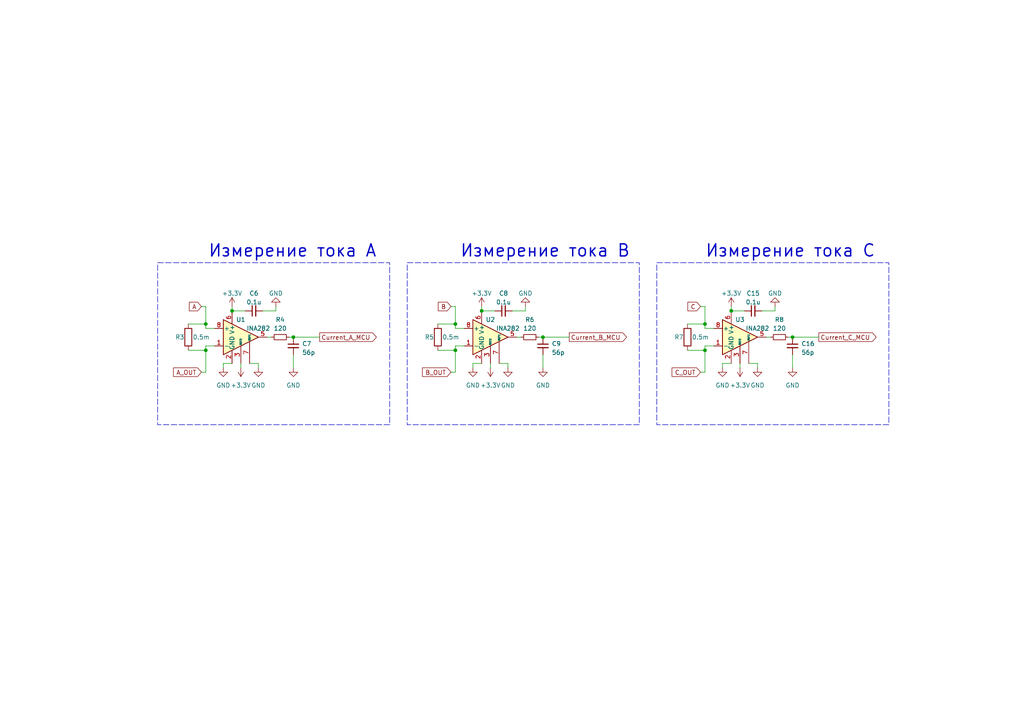
<source format=kicad_sch>
(kicad_sch (version 20230121) (generator eeschema)
  (paper "A4")
  (title_block (comment 1 "МПСТ.76721.758764.03.Э3.М"))
  (lib_symbols
    (symbol "Amplifier_Current:INA283" (pin_names (offset 0.127))
      (property "Reference" "U" (at 3.81 3.81 0))
      (property "Value" "INA283" (at 3.81 -2.54 0))
      (symbol "INA283_0_1"
        (polyline (pts (xy 5.08 0) (xy -5.08 5.08) (xy -5.08 -5.08) (xy 5.08 0)) (stroke (width 0.254)) (fill (type background)))
      )
      (symbol "INA283_1_1"
        (pin input line (at -7.62 -2.54 0) (length 2.54) (name "-") (number "1"))
        (pin power_in line (at -2.54 -7.62 90) (length 3.81) (name "GND") (number "2"))
        (pin input line (at 0 -7.62 90) (length 5.08) (name "REF2") (number "3"))
        (pin no_connect line (at -5.08 0 0) (length 2.54) hide (name "NC") (number "4"))
        (pin output line (at 7.62 0 180) (length 2.54) (name "~") (number "5"))
        (pin input line (at -2.54 7.62 270) (length 3.81) (name "V+") (number "6"))
        (pin input line (at 2.54 -7.62 90) (length 6.35) (name "REF1") (number "7"))
        (pin input line (at -7.62 2.54 0) (length 2.54) (name "+") (number "8"))
      )
    )
    (symbol "Device:C_Small" (pin_numbers hide) (pin_names (offset 0.254) hide)
      (property "Reference" "C" (at 0.254 1.778 0))
      (property "Value" "C_Small" (at 0.254 -2.032 0))
      (symbol "C_Small_0_1"
        (polyline (pts (xy -1.524 -0.508) (xy 1.524 -0.508)) (stroke (width 0.3302)))
        (polyline (pts (xy -1.524 0.508) (xy 1.524 0.508)) (stroke (width 0.3048)))
      )
      (symbol "C_Small_1_1"
        (pin passive line (at 0 2.54 270) (length 2.032) (name "~") (number "1"))
        (pin passive line (at 0 -2.54 90) (length 2.032) (name "~") (number "2"))
      )
    )
    (symbol "Device:R" (pin_numbers hide) (pin_names (offset 0))
      (property "Reference" "R" (at 2.032 0 90))
      (property "Value" "R" (at 0 0 90))
      (symbol "R_0_1"
        (rectangle (start -1.016 -2.54) (end 1.016 2.54) (stroke (width 0.254)))
      )
      (symbol "R_1_1"
        (pin passive line (at 0 3.81 270) (length 1.27) (name "~") (number "1"))
        (pin passive line (at 0 -3.81 90) (length 1.27) (name "~") (number "2"))
      )
    )
    (symbol "Device:R_Small" (pin_numbers hide) (pin_names (offset 0.254) hide)
      (property "Reference" "R" (at 0.762 0.508 0))
      (property "Value" "R_Small" (at 0.762 -1.016 0))
      (symbol "R_Small_0_1"
        (rectangle (start -0.762 1.778) (end 0.762 -1.778) (stroke (width 0.2032)))
      )
      (symbol "R_Small_1_1"
        (pin passive line (at 0 2.54 270) (length 0.762) (name "~") (number "1"))
        (pin passive line (at 0 -2.54 90) (length 0.762) (name "~") (number "2"))
      )
    )
    (symbol "power:+3.3V" (power) (pin_names (offset 0))
      (property "Value" "+3.3V" (at 0 3.556 0))
      (symbol "+3.3V_0_1"
        (polyline (pts (xy -0.762 1.27) (xy 0 2.54)))
        (polyline (pts (xy 0 0) (xy 0 2.54)))
        (polyline (pts (xy 0 2.54) (xy 0.762 1.27)))
      )
      (symbol "+3.3V_1_1"
        (pin power_in line (at 0 0 90) (length 0) hide (name "+3.3V") (number "1"))
      )
    )
    (symbol "power:GND" (power) (pin_names (offset 0))
      (property "Value" "GND" (at 0 -3.81 0))
      (symbol "GND_0_1"
        (polyline (pts (xy 0 0) (xy 0 -1.27) (xy 1.27 -1.27) (xy 0 -2.54) (xy -1.27 -1.27) (xy 0 -1.27)))
      )
      (symbol "GND_1_1"
        (pin power_in line (at 0 0 270) (length 0) hide (name "GND") (number "1"))
      )
    )
  )
  (junction (at 132.08 93.98))
  (junction (at 139.7 90.17))
  (junction (at 229.87 97.79))
  (junction (at 59.69 101.6))
  (junction (at 85.09 97.79))
  (junction (at 59.69 93.98))
  (junction (at 212.09 90.17))
  (junction (at 204.47 93.98))
  (junction (at 132.08 101.6))
  (junction (at 67.31 90.17))
  (junction (at 157.48 97.79))
  (junction (at 204.47 101.6))
  (wire (pts (xy 130.81 88.9) (xy 132.08 88.9)))
  (wire (pts (xy 220.98 90.17) (xy 224.79 90.17)))
  (wire (pts (xy 58.42 88.9) (xy 59.69 88.9)))
  (wire (pts (xy 74.93 105.41) (xy 72.39 105.41)))
  (wire (pts (xy 204.47 101.6) (xy 204.47 100.33)))
  (wire (pts (xy 204.47 107.95) (xy 204.47 101.6)))
  (wire (pts (xy 64.77 106.68) (xy 64.77 105.41)))
  (wire (pts (xy 228.6 97.79) (xy 229.87 97.79)))
  (wire (pts (xy 229.87 102.87) (xy 229.87 106.68)))
  (wire (pts (xy 142.24 105.41) (xy 142.24 106.68)))
  (wire (pts (xy 59.69 95.25) (xy 62.23 95.25)))
  (wire (pts (xy 132.08 93.98) (xy 132.08 95.25)))
  (wire (pts (xy 209.55 106.68) (xy 209.55 105.41)))
  (wire (pts (xy 214.63 105.41) (xy 214.63 106.68)))
  (wire (pts (xy 212.09 88.9) (xy 212.09 90.17)))
  (wire (pts (xy 132.08 100.33) (xy 134.62 100.33)))
  (wire (pts (xy 77.47 97.79) (xy 78.74 97.79)))
  (wire (pts (xy 156.21 97.79) (xy 157.48 97.79)))
  (wire (pts (xy 149.86 97.79) (xy 151.13 97.79)))
  (wire (pts (xy 204.47 88.9) (xy 204.47 93.98)))
  (wire (pts (xy 203.2 88.9) (xy 204.47 88.9)))
  (wire (pts (xy 54.61 101.6) (xy 59.69 101.6)))
  (wire (pts (xy 69.85 105.41) (xy 69.85 106.68)))
  (wire (pts (xy 130.81 107.95) (xy 132.08 107.95)))
  (wire (pts (xy 139.7 88.9) (xy 139.7 90.17)))
  (wire (pts (xy 199.39 93.98) (xy 204.47 93.98)))
  (wire (pts (xy 59.69 107.95) (xy 59.69 101.6)))
  (wire (pts (xy 157.48 97.79) (xy 165.1 97.79)))
  (wire (pts (xy 59.69 100.33) (xy 62.23 100.33)))
  (wire (pts (xy 85.09 97.79) (xy 92.71 97.79)))
  (wire (pts (xy 199.39 101.6) (xy 204.47 101.6)))
  (wire (pts (xy 204.47 100.33) (xy 207.01 100.33)))
  (wire (pts (xy 203.2 107.95) (xy 204.47 107.95)))
  (wire (pts (xy 148.59 90.17) (xy 152.4 90.17)))
  (wire (pts (xy 152.4 90.17) (xy 152.4 88.9)))
  (wire (pts (xy 64.77 105.41) (xy 67.31 105.41)))
  (wire (pts (xy 212.09 90.17) (xy 215.9 90.17)))
  (wire (pts (xy 224.79 90.17) (xy 224.79 88.9)))
  (wire (pts (xy 147.32 105.41) (xy 144.78 105.41)))
  (wire (pts (xy 139.7 90.17) (xy 143.51 90.17)))
  (wire (pts (xy 67.31 88.9) (xy 67.31 90.17)))
  (wire (pts (xy 204.47 93.98) (xy 204.47 95.25)))
  (wire (pts (xy 76.2 90.17) (xy 80.01 90.17)))
  (wire (pts (xy 147.32 105.41) (xy 147.32 106.68)))
  (wire (pts (xy 59.69 88.9) (xy 59.69 93.98)))
  (wire (pts (xy 59.69 93.98) (xy 59.69 95.25)))
  (wire (pts (xy 127 101.6) (xy 132.08 101.6)))
  (wire (pts (xy 204.47 95.25) (xy 207.01 95.25)))
  (wire (pts (xy 83.82 97.79) (xy 85.09 97.79)))
  (wire (pts (xy 222.25 97.79) (xy 223.52 97.79)))
  (wire (pts (xy 132.08 107.95) (xy 132.08 101.6)))
  (wire (pts (xy 209.55 105.41) (xy 212.09 105.41)))
  (wire (pts (xy 127 93.98) (xy 132.08 93.98)))
  (wire (pts (xy 132.08 101.6) (xy 132.08 100.33)))
  (wire (pts (xy 229.87 97.79) (xy 237.49 97.79)))
  (wire (pts (xy 67.31 90.17) (xy 71.12 90.17)))
  (wire (pts (xy 59.69 101.6) (xy 59.69 100.33)))
  (wire (pts (xy 137.16 105.41) (xy 139.7 105.41)))
  (wire (pts (xy 219.71 105.41) (xy 217.17 105.41)))
  (wire (pts (xy 80.01 90.17) (xy 80.01 88.9)))
  (wire (pts (xy 157.48 102.87) (xy 157.48 106.68)))
  (wire (pts (xy 54.61 93.98) (xy 59.69 93.98)))
  (wire (pts (xy 132.08 95.25) (xy 134.62 95.25)))
  (wire (pts (xy 85.09 102.87) (xy 85.09 106.68)))
  (wire (pts (xy 58.42 107.95) (xy 59.69 107.95)))
  (wire (pts (xy 137.16 106.68) (xy 137.16 105.41)))
  (wire (pts (xy 219.71 105.41) (xy 219.71 106.68)))
  (wire (pts (xy 132.08 88.9) (xy 132.08 93.98)))
  (wire (pts (xy 74.93 105.41) (xy 74.93 106.68)))
  (rectangle (start 45.72 76.2) (end 113.03 123.19) (stroke (width 0) (type dash)))
  (rectangle (start 118.11 76.2) (end 185.42 123.19) (stroke (width 0) (type dash)))
  (rectangle (start 190.5 76.2) (end 257.81 123.19) (stroke (width 0) (type dash)))
  (text "Измерение тока В" (at 133.35 74.93 0) (effects (font (size 3.5 3.5) (thickness 0.4) bold) (justify left bottom)))
  (text "Измерение тока А" (at 60.325 74.93 0) (effects (font (size 3.5 3.5) (thickness 0.4) bold) (justify left bottom)))
  (text "Измерение тока С" (at 204.47 74.93 0) (effects (font (size 3.5 3.5) (thickness 0.4) bold) (justify left bottom)))
  (global_label "B" (shape input) (at 130.81 88.9 180) (property "Intersheetrefs" "${INTERSHEET_REFS}" (effects hide)))
  (global_label "Current_C_MCU" (shape output) (at 237.49 97.79 0) (property "Intersheetrefs" "${INTERSHEET_REFS}" (effects hide)))
  (global_label "A" (shape input) (at 58.42 88.9 180) (property "Intersheetrefs" "${INTERSHEET_REFS}" (effects hide)))
  (global_label "Current_A_MCU" (shape output) (at 92.71 97.79 0) (property "Intersheetrefs" "${INTERSHEET_REFS}" (effects hide)))
  (global_label "Current_B_MCU" (shape output) (at 165.1 97.79 0) (property "Intersheetrefs" "${INTERSHEET_REFS}" (effects hide)))
  (global_label "C_OUT" (shape input) (at 203.2 107.95 180) (property "Intersheetrefs" "${INTERSHEET_REFS}" (effects hide)))
  (global_label "C" (shape input) (at 203.2 88.9 180) (property "Intersheetrefs" "${INTERSHEET_REFS}" (effects hide)))
  (global_label "B_OUT" (shape input) (at 130.81 107.95 180) (property "Intersheetrefs" "${INTERSHEET_REFS}" (effects hide)))
  (global_label "A_OUT" (shape input) (at 58.42 107.95 180) (property "Intersheetrefs" "${INTERSHEET_REFS}" (effects hide)))
  (symbol (lib_id "Amplifier_Current:INA283") (at 69.85 97.79 0) (unit 1)
    (property "Reference" "U1" (at 69.85 92.71 0))
    (property "Value" "INA282" (at 74.93 95.25 0))
    (property "Footprint" "Package_SO:SOIC-8_3.9x4.9mm_P1.27mm" (effects hide))
    (property "Datasheet" "https://www.farnell.com/datasheets/1536354.pdf" (effects hide))
    (instances (project "Плата датчиков" (path "" (reference "U1") (unit 1)) (path "" (reference "U1") (unit 1)) (path "" (reference "U5") (unit 1))) (project "Плата управления" (path "" (reference "U5") (unit 1))))
  )
  (symbol (lib_id "Device:C_Small") (at 157.48 100.33 0) (unit 1)
    (property "Reference" "C9" (at 160.02 99.7012 0) (effects (justify left)))
    (property "Value" "56p" (at 160.02 102.2412 0) (effects (justify left)))
    (property "Footprint" "Capacitor_SMD:C_0603_1608Metric_Pad1.08x0.95mm_HandSolder" (effects hide))
    (instances (project "Плата датчиков" (path "" (reference "C9") (unit 1)) (path "" (reference "C7") (unit 1)) (path "" (reference "C22") (unit 1))) (project "Плата управления" (path "" (reference "C16") (unit 1)) (path "" (reference "C8") (unit 1))) (project "Силовая плата" (path "" (reference "C10") (unit 1)) (path "" (reference "C12") (unit 1)) (path "" (reference "C14") (unit 1))))
  )
  (symbol (lib_id "power:GND") (at 137.16 106.68 0) (unit 1)
    (property "Reference" "#PWR010" (effects hide))
    (property "Value" "GND" (at 137.16 111.76 0))
    (instances (project "Плата датчиков" (path "" (reference "#PWR010") (unit 1)) (path "" (reference "#PWR012") (unit 1)) (path "" (reference "#PWR049") (unit 1))) (project "Плата управления" (path "" (reference "#PWR047") (unit 1)) (path "" (reference "#PWR019") (unit 1))) (project "Силовая плата" (path "" (reference "#PWR06") (unit 1)) (path "" (reference "#PWR015") (unit 1)) (path "" (reference "#PWR025") (unit 1))))
  )
  (symbol (lib_id "power:GND") (at 224.79 88.9 180) (unit 1)
    (property "Reference" "#PWR028" (effects hide))
    (property "Value" "GND" (at 224.79 85.09 0))
    (instances (project "Плата датчиков" (path "" (reference "#PWR028") (unit 1)) (path "" (reference "#PWR020") (unit 1)) (path "" (reference "#PWR054") (unit 1))) (project "Плата управления" (path "" (reference "#PWR047") (unit 1)) (path "" (reference "#PWR0107") (unit 1))) (project "Силовая плата" (path "" (reference "#PWR06") (unit 1)) (path "" (reference "#PWR015") (unit 1)) (path "" (reference "#PWR025") (unit 1))))
  )
  (symbol (lib_id "power:GND") (at 64.77 106.68 0) (unit 1)
    (property "Reference" "#PWR04" (effects hide))
    (property "Value" "GND" (at 64.77 111.76 0))
    (instances (project "Плата датчиков" (path "" (reference "#PWR04") (unit 1)) (path "" (reference "#PWR06") (unit 1)) (path "" (reference "#PWR043") (unit 1))) (project "Плата управления" (path "" (reference "#PWR047") (unit 1)) (path "" (reference "#PWR019") (unit 1))) (project "Силовая плата" (path "" (reference "#PWR06") (unit 1)) (path "" (reference "#PWR015") (unit 1)) (path "" (reference "#PWR025") (unit 1))))
  )
  (symbol (lib_id "power:GND") (at 219.71 106.68 0) (unit 1)
    (property "Reference" "#PWR027" (effects hide))
    (property "Value" "GND" (at 219.71 111.76 0))
    (instances (project "Плата датчиков" (path "" (reference "#PWR027") (unit 1)) (path "" (reference "#PWR028") (unit 1)) (path "" (reference "#PWR057") (unit 1))) (project "Плата управления" (path "" (reference "#PWR047") (unit 1)) (path "" (reference "#PWR020") (unit 1))) (project "Силовая плата" (path "" (reference "#PWR06") (unit 1)) (path "" (reference "#PWR015") (unit 1)) (path "" (reference "#PWR025") (unit 1))))
  )
  (symbol (lib_id "power:+3.3V") (at 142.24 106.68 180) (unit 1)
    (property "Reference" "#PWR012" (effects hide))
    (property "Value" "+3.3V" (at 142.24 111.76 0))
    (instances (project "Плата датчиков" (path "" (reference "#PWR012") (unit 1)) (path "" (reference "#PWR013") (unit 1)) (path "" (reference "#PWR050") (unit 1))) (project "Плата управления" (path "" (reference "#PWR025") (unit 1)) (path "" (reference "#PWR028") (unit 1))))
  )
  (symbol (lib_id "Device:R_Small") (at 226.06 97.79 270) (unit 1)
    (property "Reference" "R8" (at 226.06 92.71 90))
    (property "Value" "120" (at 226.06 95.25 90))
    (property "Footprint" "Resistor_SMD:R_0603_1608Metric_Pad0.98x0.95mm_HandSolder" (effects hide))
    (instances (project "Плата датчиков" (path "" (reference "R8") (unit 1)) (path "" (reference "R8") (unit 1)) (path "" (reference "R26") (unit 1))) (project "Плата управления" (path "" (reference "R29") (unit 1)) (path "" (reference "R16") (unit 1))) (project "Силовая плата" (path "" (reference "R5") (unit 1))))
  )
  (symbol (lib_id "power:GND") (at 152.4 88.9 180) (unit 1)
    (property "Reference" "#PWR014" (effects hide))
    (property "Value" "GND" (at 152.4 85.09 0))
    (instances (project "Плата датчиков" (path "" (reference "#PWR014") (unit 1)) (path "" (reference "#PWR011") (unit 1)) (path "" (reference "#PWR048") (unit 1))) (project "Плата управления" (path "" (reference "#PWR047") (unit 1)) (path "" (reference "#PWR0107") (unit 1))) (project "Силовая плата" (path "" (reference "#PWR06") (unit 1)) (path "" (reference "#PWR015") (unit 1)) (path "" (reference "#PWR025") (unit 1))))
  )
  (symbol (lib_id "power:+3.3V") (at 212.09 88.9 0) (unit 1)
    (property "Reference" "#PWR020" (effects hide))
    (property "Value" "+3.3V" (at 212.09 85.09 0))
    (instances (project "Плата датчиков" (path "" (reference "#PWR020") (unit 1)) (path "" (reference "#PWR019") (unit 1)) (path "" (reference "#PWR053") (unit 1))) (project "Плата управления" (path "" (reference "#PWR025") (unit 1)) (path "" (reference "#PWR018") (unit 1))))
  )
  (symbol (lib_id "power:GND") (at 157.48 106.68 0) (unit 1)
    (property "Reference" "#PWR015" (effects hide))
    (property "Value" "GND" (at 157.48 111.76 0))
    (instances (project "Плата датчиков" (path "" (reference "#PWR015") (unit 1)) (path "" (reference "#PWR015") (unit 1)) (path "" (reference "#PWR052") (unit 1))) (project "Плата управления" (path "" (reference "#PWR048") (unit 1)) (path "" (reference "#PWR022") (unit 1))) (project "Силовая плата" (path "" (reference "#PWR06") (unit 1)) (path "" (reference "#PWR014") (unit 1)) (path "" (reference "#PWR025") (unit 1))))
  )
  (symbol (lib_id "power:GND") (at 229.87 106.68 0) (unit 1)
    (property "Reference" "#PWR029" (effects hide))
    (property "Value" "GND" (at 229.87 111.76 0))
    (instances (project "Плата датчиков" (path "" (reference "#PWR029") (unit 1)) (path "" (reference "#PWR029") (unit 1)) (path "" (reference "#PWR058") (unit 1))) (project "Плата управления" (path "" (reference "#PWR048") (unit 1)) (path "" (reference "#PWR022") (unit 1))) (project "Силовая плата" (path "" (reference "#PWR06") (unit 1)) (path "" (reference "#PWR014") (unit 1)) (path "" (reference "#PWR025") (unit 1))))
  )
  (symbol (lib_id "Amplifier_Current:INA283") (at 214.63 97.79 0) (unit 1)
    (property "Reference" "U3" (at 214.63 92.71 0))
    (property "Value" "INA282" (at 219.71 95.25 0))
    (property "Footprint" "Package_SO:SOIC-8_3.9x4.9mm_P1.27mm" (effects hide))
    (property "Datasheet" "https://www.farnell.com/datasheets/1536354.pdf" (effects hide))
    (instances (project "Плата датчиков" (path "" (reference "U3") (unit 1)) (path "" (reference "U3") (unit 1)) (path "" (reference "U7") (unit 1))) (project "Плата управления" (path "" (reference "U5") (unit 1))))
  )
  (symbol (lib_id "power:GND") (at 80.01 88.9 180) (unit 1)
    (property "Reference" "#PWR08" (effects hide))
    (property "Value" "GND" (at 80.01 85.09 0))
    (instances (project "Плата датчиков" (path "" (reference "#PWR08") (unit 1)) (path "" (reference "#PWR05") (unit 1)) (path "" (reference "#PWR042") (unit 1))) (project "Плата управления" (path "" (reference "#PWR047") (unit 1)) (path "" (reference "#PWR0107") (unit 1))) (project "Силовая плата" (path "" (reference "#PWR06") (unit 1)) (path "" (reference "#PWR015") (unit 1)) (path "" (reference "#PWR025") (unit 1))))
  )
  (symbol (lib_id "power:GND") (at 85.09 106.68 0) (unit 1)
    (property "Reference" "#PWR09" (effects hide))
    (property "Value" "GND" (at 85.09 111.76 0))
    (instances (project "Плата датчиков" (path "" (reference "#PWR09") (unit 1)) (path "" (reference "#PWR09") (unit 1)) (path "" (reference "#PWR046") (unit 1))) (project "Плата управления" (path "" (reference "#PWR048") (unit 1)) (path "" (reference "#PWR022") (unit 1))) (project "Силовая плата" (path "" (reference "#PWR06") (unit 1)) (path "" (reference "#PWR014") (unit 1)) (path "" (reference "#PWR025") (unit 1))))
  )
  (symbol (lib_id "Device:R_Small") (at 153.67 97.79 270) (unit 1)
    (property "Reference" "R6" (at 153.67 92.71 90))
    (property "Value" "120" (at 153.67 95.25 90))
    (property "Footprint" "Resistor_SMD:R_0603_1608Metric_Pad0.98x0.95mm_HandSolder" (effects hide))
    (instances (project "Плата датчиков" (path "" (reference "R6") (unit 1)) (path "" (reference "R6") (unit 1)) (path "" (reference "R24") (unit 1))) (project "Плата управления" (path "" (reference "R29") (unit 1)) (path "" (reference "R16") (unit 1))) (project "Силовая плата" (path "" (reference "R5") (unit 1))))
  )
  (symbol (lib_id "Device:R_Small") (at 81.28 97.79 270) (unit 1)
    (property "Reference" "R4" (at 81.28 92.71 90))
    (property "Value" "120" (at 81.28 95.25 90))
    (property "Footprint" "Resistor_SMD:R_0603_1608Metric_Pad0.98x0.95mm_HandSolder" (effects hide))
    (instances (project "Плата датчиков" (path "" (reference "R4") (unit 1)) (path "" (reference "R3") (unit 1)) (path "" (reference "R22") (unit 1))) (project "Плата управления" (path "" (reference "R29") (unit 1)) (path "" (reference "R16") (unit 1))) (project "Силовая плата" (path "" (reference "R5") (unit 1))))
  )
  (symbol (lib_id "power:+3.3V") (at 139.7 88.9 0) (unit 1)
    (property "Reference" "#PWR011" (effects hide))
    (property "Value" "+3.3V" (at 139.7 85.09 0))
    (instances (project "Плата датчиков" (path "" (reference "#PWR011") (unit 1)) (path "" (reference "#PWR010") (unit 1)) (path "" (reference "#PWR047") (unit 1))) (project "Плата управления" (path "" (reference "#PWR025") (unit 1)) (path "" (reference "#PWR018") (unit 1))))
  )
  (symbol (lib_id "power:GND") (at 209.55 106.68 0) (unit 1)
    (property "Reference" "#PWR019" (effects hide))
    (property "Value" "GND" (at 209.55 111.76 0))
    (instances (project "Плата датчиков" (path "" (reference "#PWR019") (unit 1)) (path "" (reference "#PWR026") (unit 1)) (path "" (reference "#PWR055") (unit 1))) (project "Плата управления" (path "" (reference "#PWR047") (unit 1)) (path "" (reference "#PWR019") (unit 1))) (project "Силовая плата" (path "" (reference "#PWR06") (unit 1)) (path "" (reference "#PWR015") (unit 1)) (path "" (reference "#PWR025") (unit 1))))
  )
  (symbol (lib_id "Device:R") (at 54.61 97.79 0) (unit 1)
    (property "Reference" "R3" (at 50.8 97.79 0) (effects (justify left)))
    (property "Value" "0.5m" (at 55.88 97.79 0) (effects (justify left)))
    (property "Footprint" "Resistor_SMD:R_2512_6332Metric_Pad1.40x3.35mm_HandSolder" (effects hide))
    (instances (project "Плата датчиков" (path "" (reference "R3") (unit 1)) (path "" (reference "R4") (unit 1)) (path "" (reference "R21") (unit 1))))
  )
  (symbol (lib_id "Device:R") (at 199.39 97.79 0) (unit 1)
    (property "Reference" "R7" (at 195.58 97.79 0) (effects (justify left)))
    (property "Value" "0.5m" (at 200.66 97.79 0) (effects (justify left)))
    (property "Footprint" "Resistor_SMD:R_2512_6332Metric_Pad1.40x3.35mm_HandSolder" (effects hide))
    (instances (project "Плата датчиков" (path "" (reference "R7") (unit 1)) (path "" (reference "R7") (unit 1)) (path "" (reference "R25") (unit 1))))
  )
  (symbol (lib_id "Amplifier_Current:INA283") (at 142.24 97.79 0) (unit 1)
    (property "Reference" "U2" (at 142.24 92.71 0))
    (property "Value" "INA282" (at 147.32 95.25 0))
    (property "Footprint" "Package_SO:SOIC-8_3.9x4.9mm_P1.27mm" (effects hide))
    (property "Datasheet" "https://www.farnell.com/datasheets/1536354.pdf" (effects hide))
    (instances (project "Плата датчиков" (path "" (reference "U2") (unit 1)) (path "" (reference "U2") (unit 1)) (path "" (reference "U6") (unit 1))) (project "Плата управления" (path "" (reference "U5") (unit 1))))
  )
  (symbol (lib_id "power:+3.3V") (at 67.31 88.9 0) (unit 1)
    (property "Reference" "#PWR05" (effects hide))
    (property "Value" "+3.3V" (at 67.31 85.09 0))
    (instances (project "Плата датчиков" (path "" (reference "#PWR05") (unit 1)) (path "" (reference "#PWR04") (unit 1)) (path "" (reference "#PWR041") (unit 1))) (project "Плата управления" (path "" (reference "#PWR025") (unit 1)) (path "" (reference "#PWR018") (unit 1))))
  )
  (symbol (lib_id "power:+3.3V") (at 69.85 106.68 180) (unit 1)
    (property "Reference" "#PWR06" (effects hide))
    (property "Value" "+3.3V" (at 69.85 111.76 0))
    (instances (project "Плата датчиков" (path "" (reference "#PWR06") (unit 1)) (path "" (reference "#PWR07") (unit 1)) (path "" (reference "#PWR044") (unit 1))) (project "Плата управления" (path "" (reference "#PWR025") (unit 1)) (path "" (reference "#PWR028") (unit 1))))
  )
  (symbol (lib_id "Device:C_Small") (at 218.44 90.17 90) (unit 1)
    (property "Reference" "C15" (at 218.4463 85.09 90))
    (property "Value" "0.1u" (at 218.4463 87.63 90))
    (property "Footprint" "Capacitor_SMD:C_0603_1608Metric_Pad1.08x0.95mm_HandSolder" (effects hide))
    (instances (project "Плата датчиков" (path "" (reference "C15") (unit 1)) (path "" (reference "C8") (unit 1)) (path "" (reference "C23") (unit 1))) (project "Плата управления" (path "" (reference "C16") (unit 1)) (path "" (reference "C7") (unit 1))) (project "Силовая плата" (path "" (reference "C10") (unit 1)) (path "" (reference "C12") (unit 1)) (path "" (reference "C14") (unit 1))))
  )
  (symbol (lib_id "Device:C_Small") (at 73.66 90.17 90) (unit 1)
    (property "Reference" "C6" (at 73.6663 85.09 90))
    (property "Value" "0.1u" (at 73.6663 87.63 90))
    (property "Footprint" "Capacitor_SMD:C_0603_1608Metric_Pad1.08x0.95mm_HandSolder" (effects hide))
    (instances (project "Плата датчиков" (path "" (reference "C6") (unit 1)) (path "" (reference "C15") (unit 1)) (path "" (reference "C19") (unit 1))) (project "Плата управления" (path "" (reference "C16") (unit 1)) (path "" (reference "C7") (unit 1))) (project "Силовая плата" (path "" (reference "C10") (unit 1)) (path "" (reference "C12") (unit 1)) (path "" (reference "C14") (unit 1))))
  )
  (symbol (lib_id "Device:C_Small") (at 85.09 100.33 0) (unit 1)
    (property "Reference" "C7" (at 87.63 99.7012 0) (effects (justify left)))
    (property "Value" "56p" (at 87.63 102.2412 0) (effects (justify left)))
    (property "Footprint" "Capacitor_SMD:C_0603_1608Metric_Pad1.08x0.95mm_HandSolder" (effects hide))
    (instances (project "Плата датчиков" (path "" (reference "C7") (unit 1)) (path "" (reference "C16") (unit 1)) (path "" (reference "C20") (unit 1))) (project "Плата управления" (path "" (reference "C16") (unit 1)) (path "" (reference "C8") (unit 1))) (project "Силовая плата" (path "" (reference "C10") (unit 1)) (path "" (reference "C12") (unit 1)) (path "" (reference "C14") (unit 1))))
  )
  (symbol (lib_id "power:GND") (at 147.32 106.68 0) (unit 1)
    (property "Reference" "#PWR013" (effects hide))
    (property "Value" "GND" (at 147.32 111.76 0))
    (instances (project "Плата датчиков" (path "" (reference "#PWR013") (unit 1)) (path "" (reference "#PWR014") (unit 1)) (path "" (reference "#PWR051") (unit 1))) (project "Плата управления" (path "" (reference "#PWR047") (unit 1)) (path "" (reference "#PWR020") (unit 1))) (project "Силовая плата" (path "" (reference "#PWR06") (unit 1)) (path "" (reference "#PWR015") (unit 1)) (path "" (reference "#PWR025") (unit 1))))
  )
  (symbol (lib_id "power:GND") (at 74.93 106.68 0) (unit 1)
    (property "Reference" "#PWR07" (effects hide))
    (property "Value" "GND" (at 74.93 111.76 0))
    (instances (project "Плата датчиков" (path "" (reference "#PWR07") (unit 1)) (path "" (reference "#PWR08") (unit 1)) (path "" (reference "#PWR045") (unit 1))) (project "Плата управления" (path "" (reference "#PWR047") (unit 1)) (path "" (reference "#PWR020") (unit 1))) (project "Силовая плата" (path "" (reference "#PWR06") (unit 1)) (path "" (reference "#PWR015") (unit 1)) (path "" (reference "#PWR025") (unit 1))))
  )
  (symbol (lib_id "power:+3.3V") (at 214.63 106.68 180) (unit 1)
    (property "Reference" "#PWR026" (effects hide))
    (property "Value" "+3.3V" (at 214.63 111.76 0))
    (instances (project "Плата датчиков" (path "" (reference "#PWR026") (unit 1)) (path "" (reference "#PWR027") (unit 1)) (path "" (reference "#PWR056") (unit 1))) (project "Плата управления" (path "" (reference "#PWR025") (unit 1)) (path "" (reference "#PWR028") (unit 1))))
  )
  (symbol (lib_id "Device:C_Small") (at 146.05 90.17 90) (unit 1)
    (property "Reference" "C8" (at 146.0563 85.09 90))
    (property "Value" "0.1u" (at 146.0563 87.63 90))
    (property "Footprint" "Capacitor_SMD:C_0603_1608Metric_Pad1.08x0.95mm_HandSolder" (effects hide))
    (instances (project "Плата датчиков" (path "" (reference "C8") (unit 1)) (path "" (reference "C6") (unit 1)) (path "" (reference "C21") (unit 1))) (project "Плата управления" (path "" (reference "C16") (unit 1)) (path "" (reference "C7") (unit 1))) (project "Силовая плата" (path "" (reference "C10") (unit 1)) (path "" (reference "C12") (unit 1)) (path "" (reference "C14") (unit 1))))
  )
  (symbol (lib_id "Device:C_Small") (at 229.87 100.33 0) (unit 1)
    (property "Reference" "C16" (at 232.41 99.7012 0) (effects (justify left)))
    (property "Value" "56p" (at 232.41 102.2412 0) (effects (justify left)))
    (property "Footprint" "Capacitor_SMD:C_0603_1608Metric_Pad1.08x0.95mm_HandSolder" (effects hide))
    (instances (project "Плата датчиков" (path "" (reference "C16") (unit 1)) (path "" (reference "C9") (unit 1)) (path "" (reference "C24") (unit 1))) (project "Плата управления" (path "" (reference "C16") (unit 1)) (path "" (reference "C8") (unit 1))) (project "Силовая плата" (path "" (reference "C10") (unit 1)) (path "" (reference "C12") (unit 1)) (path "" (reference "C14") (unit 1))))
  )
  (symbol (lib_id "Device:R") (at 127 97.79 0) (unit 1)
    (property "Reference" "R5" (at 123.19 97.79 0) (effects (justify left)))
    (property "Value" "0.5m" (at 128.27 97.79 0) (effects (justify left)))
    (property "Footprint" "Resistor_SMD:R_2512_6332Metric_Pad1.40x3.35mm_HandSolder" (effects hide))
    (instances (project "Плата датчиков" (path "" (reference "R5") (unit 1)) (path "" (reference "R5") (unit 1)) (path "" (reference "R23") (unit 1))))
  )
)
</source>
